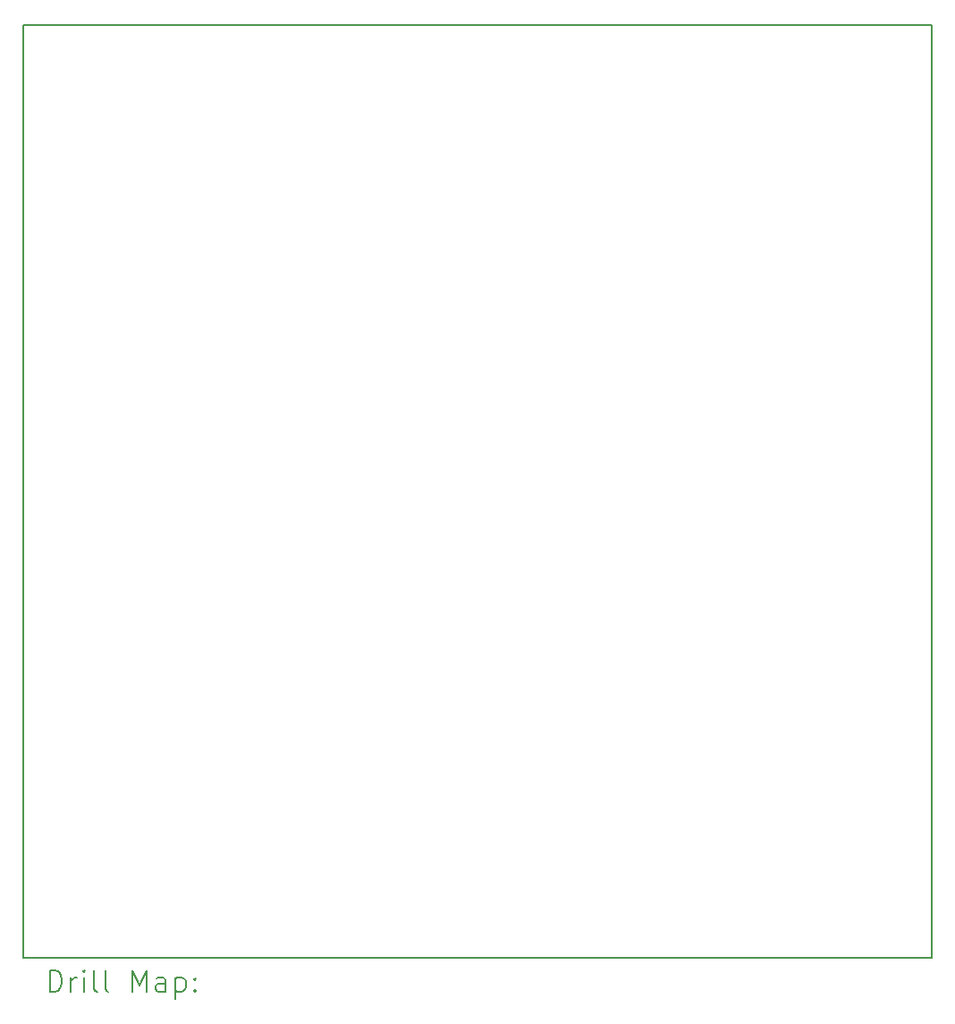
<source format=gbr>
%TF.GenerationSoftware,KiCad,Pcbnew,6.0.11-3.fc36*%
%TF.CreationDate,2023-03-05T15:36:13+00:00*%
%TF.ProjectId,68hc11,36386863-3131-42e6-9b69-6361645f7063,rev?*%
%TF.SameCoordinates,Original*%
%TF.FileFunction,Drillmap*%
%TF.FilePolarity,Positive*%
%FSLAX45Y45*%
G04 Gerber Fmt 4.5, Leading zero omitted, Abs format (unit mm)*
G04 Created by KiCad (PCBNEW 6.0.11-3.fc36) date 2023-03-05 15:36:13*
%MOMM*%
%LPD*%
G01*
G04 APERTURE LIST*
%ADD10C,0.150000*%
%ADD11C,0.200000*%
G04 APERTURE END LIST*
D10*
X12995000Y-12360000D02*
X12994640Y-3529584D01*
X12994640Y-3529584D02*
X4394200Y-3530600D01*
X4394200Y-12355000D02*
X12995000Y-12360000D01*
X4394200Y-3530600D02*
X4394200Y-12355000D01*
D11*
X4644319Y-12677976D02*
X4644319Y-12477976D01*
X4691938Y-12477976D01*
X4720510Y-12487500D01*
X4739557Y-12506548D01*
X4749081Y-12525595D01*
X4758605Y-12563690D01*
X4758605Y-12592262D01*
X4749081Y-12630357D01*
X4739557Y-12649405D01*
X4720510Y-12668452D01*
X4691938Y-12677976D01*
X4644319Y-12677976D01*
X4844319Y-12677976D02*
X4844319Y-12544643D01*
X4844319Y-12582738D02*
X4853843Y-12563690D01*
X4863367Y-12554167D01*
X4882414Y-12544643D01*
X4901462Y-12544643D01*
X4968129Y-12677976D02*
X4968129Y-12544643D01*
X4968129Y-12477976D02*
X4958605Y-12487500D01*
X4968129Y-12497024D01*
X4977652Y-12487500D01*
X4968129Y-12477976D01*
X4968129Y-12497024D01*
X5091938Y-12677976D02*
X5072890Y-12668452D01*
X5063367Y-12649405D01*
X5063367Y-12477976D01*
X5196700Y-12677976D02*
X5177652Y-12668452D01*
X5168129Y-12649405D01*
X5168129Y-12477976D01*
X5425271Y-12677976D02*
X5425271Y-12477976D01*
X5491938Y-12620833D01*
X5558605Y-12477976D01*
X5558605Y-12677976D01*
X5739557Y-12677976D02*
X5739557Y-12573214D01*
X5730033Y-12554167D01*
X5710986Y-12544643D01*
X5672890Y-12544643D01*
X5653843Y-12554167D01*
X5739557Y-12668452D02*
X5720509Y-12677976D01*
X5672890Y-12677976D01*
X5653843Y-12668452D01*
X5644319Y-12649405D01*
X5644319Y-12630357D01*
X5653843Y-12611309D01*
X5672890Y-12601786D01*
X5720509Y-12601786D01*
X5739557Y-12592262D01*
X5834795Y-12544643D02*
X5834795Y-12744643D01*
X5834795Y-12554167D02*
X5853843Y-12544643D01*
X5891938Y-12544643D01*
X5910986Y-12554167D01*
X5920509Y-12563690D01*
X5930033Y-12582738D01*
X5930033Y-12639881D01*
X5920509Y-12658928D01*
X5910986Y-12668452D01*
X5891938Y-12677976D01*
X5853843Y-12677976D01*
X5834795Y-12668452D01*
X6015748Y-12658928D02*
X6025271Y-12668452D01*
X6015748Y-12677976D01*
X6006224Y-12668452D01*
X6015748Y-12658928D01*
X6015748Y-12677976D01*
X6015748Y-12554167D02*
X6025271Y-12563690D01*
X6015748Y-12573214D01*
X6006224Y-12563690D01*
X6015748Y-12554167D01*
X6015748Y-12573214D01*
M02*

</source>
